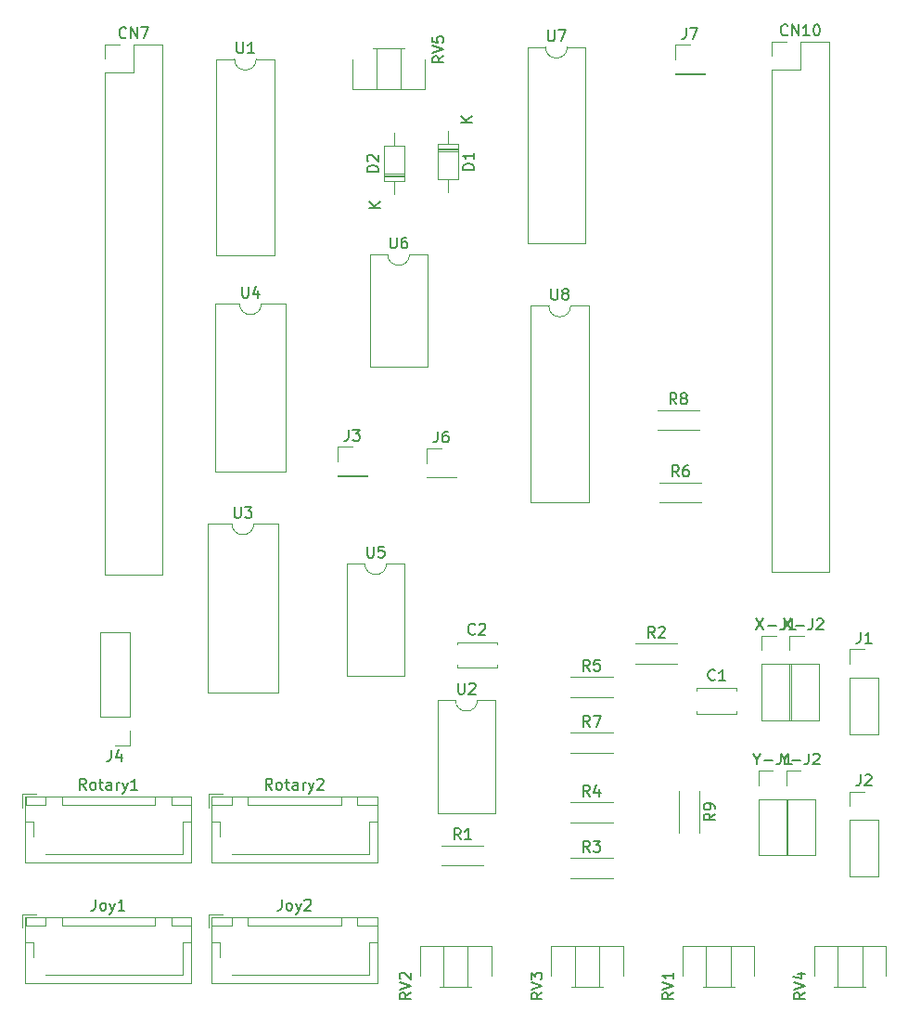
<source format=gbr>
G04 #@! TF.GenerationSoftware,KiCad,Pcbnew,5.0.1*
G04 #@! TF.CreationDate,2019-02-26T15:52:31-05:00*
G04 #@! TF.ProjectId,pongPCB,706F6E675043422E6B696361645F7063,rev?*
G04 #@! TF.SameCoordinates,Original*
G04 #@! TF.FileFunction,Legend,Top*
G04 #@! TF.FilePolarity,Positive*
%FSLAX46Y46*%
G04 Gerber Fmt 4.6, Leading zero omitted, Abs format (unit mm)*
G04 Created by KiCad (PCBNEW 5.0.1) date Tue 26 Feb 2019 03:52:31 PM EST*
%MOMM*%
%LPD*%
G01*
G04 APERTURE LIST*
%ADD10C,0.120000*%
%ADD11C,0.150000*%
G04 APERTURE END LIST*
D10*
G04 #@! TO.C,C1*
X160520000Y-116920000D02*
X164160000Y-116920000D01*
X160520000Y-119260000D02*
X164160000Y-119260000D01*
X160520000Y-116920000D02*
X160520000Y-117165000D01*
X160520000Y-119015000D02*
X160520000Y-119260000D01*
X164160000Y-116920000D02*
X164160000Y-117165000D01*
X164160000Y-119015000D02*
X164160000Y-119260000D01*
G04 #@! TO.C,C2*
X142270000Y-114825000D02*
X142270000Y-115070000D01*
X142270000Y-112730000D02*
X142270000Y-112975000D01*
X138630000Y-114825000D02*
X138630000Y-115070000D01*
X138630000Y-112730000D02*
X138630000Y-112975000D01*
X138630000Y-115070000D02*
X142270000Y-115070000D01*
X138630000Y-112730000D02*
X142270000Y-112730000D01*
G04 #@! TO.C,R1*
X137220000Y-133120000D02*
X141060000Y-133120000D01*
X137220000Y-131280000D02*
X141060000Y-131280000D01*
G04 #@! TO.C,R2*
X154920000Y-114720000D02*
X158760000Y-114720000D01*
X154920000Y-112880000D02*
X158760000Y-112880000D01*
G04 #@! TO.C,R3*
X149010000Y-132410000D02*
X152850000Y-132410000D01*
X149010000Y-134250000D02*
X152850000Y-134250000D01*
G04 #@! TO.C,R4*
X149010000Y-129170000D02*
X152850000Y-129170000D01*
X149010000Y-127330000D02*
X152850000Y-127330000D01*
G04 #@! TO.C,R5*
X149010000Y-115900000D02*
X152850000Y-115900000D01*
X149010000Y-117740000D02*
X152850000Y-117740000D01*
G04 #@! TO.C,R6*
X157120000Y-98180000D02*
X160960000Y-98180000D01*
X157120000Y-100020000D02*
X160960000Y-100020000D01*
G04 #@! TO.C,R7*
X149010000Y-122820000D02*
X152850000Y-122820000D01*
X149010000Y-120980000D02*
X152850000Y-120980000D01*
G04 #@! TO.C,R8*
X156920000Y-91580000D02*
X160760000Y-91580000D01*
X156920000Y-93420000D02*
X160760000Y-93420000D01*
G04 #@! TO.C,R9*
X160720000Y-126320000D02*
X160720000Y-130160000D01*
X158880000Y-126320000D02*
X158880000Y-130160000D01*
G04 #@! TO.C,RV1*
X159230000Y-143175000D02*
X159230000Y-140480000D01*
X165770000Y-143175000D02*
X165770000Y-140480000D01*
X159230000Y-140480000D02*
X165770000Y-140480000D01*
X161066000Y-144221000D02*
X163935000Y-144221000D01*
X161380000Y-144221000D02*
X161380000Y-140480000D01*
X163620000Y-144221000D02*
X163620000Y-140480000D01*
X161380000Y-144221000D02*
X163620000Y-144221000D01*
X161380000Y-140480000D02*
X163620000Y-140480000D01*
G04 #@! TO.C,RV2*
X135230000Y-143175000D02*
X135230000Y-140480000D01*
X141770000Y-143175000D02*
X141770000Y-140480000D01*
X135230000Y-140480000D02*
X141770000Y-140480000D01*
X137066000Y-144221000D02*
X139935000Y-144221000D01*
X137380000Y-144221000D02*
X137380000Y-140480000D01*
X139620000Y-144221000D02*
X139620000Y-140480000D01*
X137380000Y-144221000D02*
X139620000Y-144221000D01*
X137380000Y-140480000D02*
X139620000Y-140480000D01*
G04 #@! TO.C,RV3*
X149380000Y-140480000D02*
X151620000Y-140480000D01*
X149380000Y-144221000D02*
X151620000Y-144221000D01*
X151620000Y-144221000D02*
X151620000Y-140480000D01*
X149380000Y-144221000D02*
X149380000Y-140480000D01*
X149066000Y-144221000D02*
X151935000Y-144221000D01*
X147230000Y-140480000D02*
X153770000Y-140480000D01*
X153770000Y-143175000D02*
X153770000Y-140480000D01*
X147230000Y-143175000D02*
X147230000Y-140480000D01*
G04 #@! TO.C,RV4*
X171230000Y-143175000D02*
X171230000Y-140480000D01*
X177770000Y-143175000D02*
X177770000Y-140480000D01*
X171230000Y-140480000D02*
X177770000Y-140480000D01*
X173066000Y-144221000D02*
X175935000Y-144221000D01*
X173380000Y-144221000D02*
X173380000Y-140480000D01*
X175620000Y-144221000D02*
X175620000Y-140480000D01*
X173380000Y-144221000D02*
X175620000Y-144221000D01*
X173380000Y-140480000D02*
X175620000Y-140480000D01*
G04 #@! TO.C,RV5*
X133520000Y-62320000D02*
X131280000Y-62320000D01*
X133520000Y-58579000D02*
X131280000Y-58579000D01*
X131280000Y-58579000D02*
X131280000Y-62320000D01*
X133520000Y-58579000D02*
X133520000Y-62320000D01*
X133834000Y-58579000D02*
X130965000Y-58579000D01*
X135670000Y-62320000D02*
X129130000Y-62320000D01*
X129130000Y-59625000D02*
X129130000Y-62320000D01*
X135670000Y-59625000D02*
X135670000Y-62320000D01*
G04 #@! TO.C,U1*
X120310000Y-59570000D02*
G75*
G02X118310000Y-59570000I-1000000J0D01*
G01*
X118310000Y-59570000D02*
X116660000Y-59570000D01*
X116660000Y-59570000D02*
X116660000Y-77470000D01*
X116660000Y-77470000D02*
X121960000Y-77470000D01*
X121960000Y-77470000D02*
X121960000Y-59570000D01*
X121960000Y-59570000D02*
X120310000Y-59570000D01*
G04 #@! TO.C,U2*
X140500000Y-118030000D02*
G75*
G02X138500000Y-118030000I-1000000J0D01*
G01*
X138500000Y-118030000D02*
X136850000Y-118030000D01*
X136850000Y-118030000D02*
X136850000Y-128310000D01*
X136850000Y-128310000D02*
X142150000Y-128310000D01*
X142150000Y-128310000D02*
X142150000Y-118030000D01*
X142150000Y-118030000D02*
X140500000Y-118030000D01*
G04 #@! TO.C,U5*
X132210000Y-105570000D02*
G75*
G02X130210000Y-105570000I-1000000J0D01*
G01*
X130210000Y-105570000D02*
X128560000Y-105570000D01*
X128560000Y-105570000D02*
X128560000Y-115850000D01*
X128560000Y-115850000D02*
X133860000Y-115850000D01*
X133860000Y-115850000D02*
X133860000Y-105570000D01*
X133860000Y-105570000D02*
X132210000Y-105570000D01*
G04 #@! TO.C,U6*
X135960000Y-77370000D02*
X134310000Y-77370000D01*
X135960000Y-87650000D02*
X135960000Y-77370000D01*
X130660000Y-87650000D02*
X135960000Y-87650000D01*
X130660000Y-77370000D02*
X130660000Y-87650000D01*
X132310000Y-77370000D02*
X130660000Y-77370000D01*
X134310000Y-77370000D02*
G75*
G02X132310000Y-77370000I-1000000J0D01*
G01*
G04 #@! TO.C,D1*
X138720000Y-67270000D02*
X136880000Y-67270000D01*
X136880000Y-67270000D02*
X136880000Y-70550000D01*
X136880000Y-70550000D02*
X138720000Y-70550000D01*
X138720000Y-70550000D02*
X138720000Y-67270000D01*
X137800000Y-66090000D02*
X137800000Y-67270000D01*
X137800000Y-71730000D02*
X137800000Y-70550000D01*
X138720000Y-67846000D02*
X136880000Y-67846000D01*
X138720000Y-67966000D02*
X136880000Y-67966000D01*
X138720000Y-67726000D02*
X136880000Y-67726000D01*
G04 #@! TO.C,D2*
X131980000Y-70274000D02*
X133820000Y-70274000D01*
X131980000Y-70034000D02*
X133820000Y-70034000D01*
X131980000Y-70154000D02*
X133820000Y-70154000D01*
X132900000Y-66270000D02*
X132900000Y-67450000D01*
X132900000Y-71910000D02*
X132900000Y-70730000D01*
X131980000Y-67450000D02*
X131980000Y-70730000D01*
X133820000Y-67450000D02*
X131980000Y-67450000D01*
X133820000Y-70730000D02*
X133820000Y-67450000D01*
X131980000Y-70730000D02*
X133820000Y-70730000D01*
G04 #@! TO.C,CN7*
X106510000Y-106600000D02*
X111710000Y-106600000D01*
X106510000Y-60820000D02*
X106510000Y-106600000D01*
X111710000Y-58220000D02*
X111710000Y-106600000D01*
X106510000Y-60820000D02*
X109110000Y-60820000D01*
X109110000Y-60820000D02*
X109110000Y-58220000D01*
X109110000Y-58220000D02*
X111710000Y-58220000D01*
X106510000Y-59550000D02*
X106510000Y-58220000D01*
X106510000Y-58220000D02*
X107840000Y-58220000D01*
G04 #@! TO.C,CN10*
X167370000Y-57970000D02*
X168700000Y-57970000D01*
X167370000Y-59300000D02*
X167370000Y-57970000D01*
X169970000Y-57970000D02*
X172570000Y-57970000D01*
X169970000Y-60570000D02*
X169970000Y-57970000D01*
X167370000Y-60570000D02*
X169970000Y-60570000D01*
X172570000Y-57970000D02*
X172570000Y-106350000D01*
X167370000Y-60570000D02*
X167370000Y-106350000D01*
X167370000Y-106350000D02*
X172570000Y-106350000D01*
G04 #@! TO.C,J1*
X174470000Y-121110000D02*
X177130000Y-121110000D01*
X174470000Y-115970000D02*
X174470000Y-121110000D01*
X177130000Y-115970000D02*
X177130000Y-121110000D01*
X174470000Y-115970000D02*
X177130000Y-115970000D01*
X174470000Y-114700000D02*
X174470000Y-113370000D01*
X174470000Y-113370000D02*
X175800000Y-113370000D01*
G04 #@! TO.C,J2*
X174470000Y-126370000D02*
X175800000Y-126370000D01*
X174470000Y-127700000D02*
X174470000Y-126370000D01*
X174470000Y-128970000D02*
X177130000Y-128970000D01*
X177130000Y-128970000D02*
X177130000Y-134110000D01*
X174470000Y-128970000D02*
X174470000Y-134110000D01*
X174470000Y-134110000D02*
X177130000Y-134110000D01*
G04 #@! TO.C,J3*
X127750000Y-97580000D02*
X130410000Y-97580000D01*
X127750000Y-97520000D02*
X127750000Y-97580000D01*
X130410000Y-97520000D02*
X130410000Y-97580000D01*
X127750000Y-97520000D02*
X130410000Y-97520000D01*
X127750000Y-96250000D02*
X127750000Y-94920000D01*
X127750000Y-94920000D02*
X129080000Y-94920000D01*
G04 #@! TO.C,J6*
X135870000Y-95070000D02*
X137200000Y-95070000D01*
X135870000Y-96400000D02*
X135870000Y-95070000D01*
X135870000Y-97670000D02*
X138530000Y-97670000D01*
X138530000Y-97670000D02*
X138530000Y-97730000D01*
X135870000Y-97670000D02*
X135870000Y-97730000D01*
X135870000Y-97730000D02*
X138530000Y-97730000D01*
G04 #@! TO.C,J7*
X158570000Y-60930000D02*
X161230000Y-60930000D01*
X158570000Y-60870000D02*
X158570000Y-60930000D01*
X161230000Y-60870000D02*
X161230000Y-60930000D01*
X158570000Y-60870000D02*
X161230000Y-60870000D01*
X158570000Y-59600000D02*
X158570000Y-58270000D01*
X158570000Y-58270000D02*
X159900000Y-58270000D01*
G04 #@! TO.C,Joy1*
X98950000Y-137550000D02*
X98950000Y-138800000D01*
X100200000Y-137550000D02*
X98950000Y-137550000D01*
X113600000Y-143050000D02*
X106800000Y-143050000D01*
X113600000Y-140100000D02*
X113600000Y-143050000D01*
X114350000Y-140100000D02*
X113600000Y-140100000D01*
X106800000Y-143050000D02*
X101060000Y-143050000D01*
X100000000Y-140100000D02*
X100000000Y-141440000D01*
X99250000Y-140100000D02*
X100000000Y-140100000D01*
X114350000Y-137850000D02*
X112550000Y-137850000D01*
X114350000Y-138600000D02*
X114350000Y-137850000D01*
X112550000Y-138600000D02*
X114350000Y-138600000D01*
X112550000Y-137850000D02*
X112550000Y-138600000D01*
X101050000Y-137850000D02*
X99250000Y-137850000D01*
X101050000Y-138600000D02*
X101050000Y-137850000D01*
X99250000Y-138600000D02*
X101050000Y-138600000D01*
X99250000Y-137850000D02*
X99250000Y-138600000D01*
X111050000Y-137850000D02*
X102550000Y-137850000D01*
X111050000Y-138600000D02*
X111050000Y-137850000D01*
X102550000Y-138600000D02*
X111050000Y-138600000D01*
X102550000Y-137850000D02*
X102550000Y-138600000D01*
X114360000Y-137840000D02*
X99240000Y-137840000D01*
X114360000Y-143810000D02*
X114360000Y-137840000D01*
X99240000Y-143810000D02*
X114360000Y-143810000D01*
X99240000Y-137840000D02*
X99240000Y-143810000D01*
G04 #@! TO.C,Joy2*
X116240000Y-137840000D02*
X116240000Y-143810000D01*
X116240000Y-143810000D02*
X131360000Y-143810000D01*
X131360000Y-143810000D02*
X131360000Y-137840000D01*
X131360000Y-137840000D02*
X116240000Y-137840000D01*
X119550000Y-137850000D02*
X119550000Y-138600000D01*
X119550000Y-138600000D02*
X128050000Y-138600000D01*
X128050000Y-138600000D02*
X128050000Y-137850000D01*
X128050000Y-137850000D02*
X119550000Y-137850000D01*
X116250000Y-137850000D02*
X116250000Y-138600000D01*
X116250000Y-138600000D02*
X118050000Y-138600000D01*
X118050000Y-138600000D02*
X118050000Y-137850000D01*
X118050000Y-137850000D02*
X116250000Y-137850000D01*
X129550000Y-137850000D02*
X129550000Y-138600000D01*
X129550000Y-138600000D02*
X131350000Y-138600000D01*
X131350000Y-138600000D02*
X131350000Y-137850000D01*
X131350000Y-137850000D02*
X129550000Y-137850000D01*
X116250000Y-140100000D02*
X117000000Y-140100000D01*
X117000000Y-140100000D02*
X117000000Y-141440000D01*
X123800000Y-143050000D02*
X118060000Y-143050000D01*
X131350000Y-140100000D02*
X130600000Y-140100000D01*
X130600000Y-140100000D02*
X130600000Y-143050000D01*
X130600000Y-143050000D02*
X123800000Y-143050000D01*
X117200000Y-137550000D02*
X115950000Y-137550000D01*
X115950000Y-137550000D02*
X115950000Y-138800000D01*
G04 #@! TO.C,Rotary1*
X99240000Y-126840000D02*
X99240000Y-132810000D01*
X99240000Y-132810000D02*
X114360000Y-132810000D01*
X114360000Y-132810000D02*
X114360000Y-126840000D01*
X114360000Y-126840000D02*
X99240000Y-126840000D01*
X102550000Y-126850000D02*
X102550000Y-127600000D01*
X102550000Y-127600000D02*
X111050000Y-127600000D01*
X111050000Y-127600000D02*
X111050000Y-126850000D01*
X111050000Y-126850000D02*
X102550000Y-126850000D01*
X99250000Y-126850000D02*
X99250000Y-127600000D01*
X99250000Y-127600000D02*
X101050000Y-127600000D01*
X101050000Y-127600000D02*
X101050000Y-126850000D01*
X101050000Y-126850000D02*
X99250000Y-126850000D01*
X112550000Y-126850000D02*
X112550000Y-127600000D01*
X112550000Y-127600000D02*
X114350000Y-127600000D01*
X114350000Y-127600000D02*
X114350000Y-126850000D01*
X114350000Y-126850000D02*
X112550000Y-126850000D01*
X99250000Y-129100000D02*
X100000000Y-129100000D01*
X100000000Y-129100000D02*
X100000000Y-130440000D01*
X106800000Y-132050000D02*
X101060000Y-132050000D01*
X114350000Y-129100000D02*
X113600000Y-129100000D01*
X113600000Y-129100000D02*
X113600000Y-132050000D01*
X113600000Y-132050000D02*
X106800000Y-132050000D01*
X100200000Y-126550000D02*
X98950000Y-126550000D01*
X98950000Y-126550000D02*
X98950000Y-127800000D01*
G04 #@! TO.C,Rotary2*
X115950000Y-126550000D02*
X115950000Y-127800000D01*
X117200000Y-126550000D02*
X115950000Y-126550000D01*
X130600000Y-132050000D02*
X123800000Y-132050000D01*
X130600000Y-129100000D02*
X130600000Y-132050000D01*
X131350000Y-129100000D02*
X130600000Y-129100000D01*
X123800000Y-132050000D02*
X118060000Y-132050000D01*
X117000000Y-129100000D02*
X117000000Y-130440000D01*
X116250000Y-129100000D02*
X117000000Y-129100000D01*
X131350000Y-126850000D02*
X129550000Y-126850000D01*
X131350000Y-127600000D02*
X131350000Y-126850000D01*
X129550000Y-127600000D02*
X131350000Y-127600000D01*
X129550000Y-126850000D02*
X129550000Y-127600000D01*
X118050000Y-126850000D02*
X116250000Y-126850000D01*
X118050000Y-127600000D02*
X118050000Y-126850000D01*
X116250000Y-127600000D02*
X118050000Y-127600000D01*
X116250000Y-126850000D02*
X116250000Y-127600000D01*
X128050000Y-126850000D02*
X119550000Y-126850000D01*
X128050000Y-127600000D02*
X128050000Y-126850000D01*
X119550000Y-127600000D02*
X128050000Y-127600000D01*
X119550000Y-126850000D02*
X119550000Y-127600000D01*
X131360000Y-126840000D02*
X116240000Y-126840000D01*
X131360000Y-132810000D02*
X131360000Y-126840000D01*
X116240000Y-132810000D02*
X131360000Y-132810000D01*
X116240000Y-126840000D02*
X116240000Y-132810000D01*
G04 #@! TO.C,U8*
X149010000Y-82070000D02*
G75*
G02X147010000Y-82070000I-1000000J0D01*
G01*
X147010000Y-82070000D02*
X145360000Y-82070000D01*
X145360000Y-82070000D02*
X145360000Y-99970000D01*
X145360000Y-99970000D02*
X150660000Y-99970000D01*
X150660000Y-99970000D02*
X150660000Y-82070000D01*
X150660000Y-82070000D02*
X149010000Y-82070000D01*
G04 #@! TO.C,J4*
X108730000Y-111850000D02*
X106070000Y-111850000D01*
X108730000Y-119530000D02*
X108730000Y-111850000D01*
X106070000Y-119530000D02*
X106070000Y-111850000D01*
X108730000Y-119530000D02*
X106070000Y-119530000D01*
X108730000Y-120800000D02*
X108730000Y-122130000D01*
X108730000Y-122130000D02*
X107400000Y-122130000D01*
G04 #@! TO.C,U7*
X148710000Y-58470000D02*
G75*
G02X146710000Y-58470000I-1000000J0D01*
G01*
X146710000Y-58470000D02*
X145060000Y-58470000D01*
X145060000Y-58470000D02*
X145060000Y-76370000D01*
X145060000Y-76370000D02*
X150360000Y-76370000D01*
X150360000Y-76370000D02*
X150360000Y-58470000D01*
X150360000Y-58470000D02*
X148710000Y-58470000D01*
G04 #@! TO.C,X-J1*
X166440000Y-119890000D02*
X169100000Y-119890000D01*
X166440000Y-114750000D02*
X166440000Y-119890000D01*
X169100000Y-114750000D02*
X169100000Y-119890000D01*
X166440000Y-114750000D02*
X169100000Y-114750000D01*
X166440000Y-113480000D02*
X166440000Y-112150000D01*
X166440000Y-112150000D02*
X167770000Y-112150000D01*
G04 #@! TO.C,X-J2*
X168980000Y-119890000D02*
X171640000Y-119890000D01*
X168980000Y-114750000D02*
X168980000Y-119890000D01*
X171640000Y-114750000D02*
X171640000Y-119890000D01*
X168980000Y-114750000D02*
X171640000Y-114750000D01*
X168980000Y-113480000D02*
X168980000Y-112150000D01*
X168980000Y-112150000D02*
X170310000Y-112150000D01*
G04 #@! TO.C,Y-J1*
X166140000Y-124450000D02*
X167470000Y-124450000D01*
X166140000Y-125780000D02*
X166140000Y-124450000D01*
X166140000Y-127050000D02*
X168800000Y-127050000D01*
X168800000Y-127050000D02*
X168800000Y-132190000D01*
X166140000Y-127050000D02*
X166140000Y-132190000D01*
X166140000Y-132190000D02*
X168800000Y-132190000D01*
G04 #@! TO.C,Y-J2*
X168680000Y-124450000D02*
X170010000Y-124450000D01*
X168680000Y-125780000D02*
X168680000Y-124450000D01*
X168680000Y-127050000D02*
X171340000Y-127050000D01*
X171340000Y-127050000D02*
X171340000Y-132190000D01*
X168680000Y-127050000D02*
X168680000Y-132190000D01*
X168680000Y-132190000D02*
X171340000Y-132190000D01*
G04 #@! TO.C,U3*
X122325000Y-101940000D02*
X120090000Y-101940000D01*
X122325000Y-117300000D02*
X122325000Y-101940000D01*
X115855000Y-117300000D02*
X122325000Y-117300000D01*
X115855000Y-101940000D02*
X115855000Y-117300000D01*
X118090000Y-101940000D02*
X115855000Y-101940000D01*
X120090000Y-101940000D02*
G75*
G02X118090000Y-101940000I-1000000J0D01*
G01*
G04 #@! TO.C,U4*
X120780000Y-81870000D02*
G75*
G02X118780000Y-81870000I-1000000J0D01*
G01*
X118780000Y-81870000D02*
X116545000Y-81870000D01*
X116545000Y-81870000D02*
X116545000Y-97230000D01*
X116545000Y-97230000D02*
X123015000Y-97230000D01*
X123015000Y-97230000D02*
X123015000Y-81870000D01*
X123015000Y-81870000D02*
X120780000Y-81870000D01*
G04 #@! TO.C,C1*
D11*
X162173333Y-116147142D02*
X162125714Y-116194761D01*
X161982857Y-116242380D01*
X161887619Y-116242380D01*
X161744761Y-116194761D01*
X161649523Y-116099523D01*
X161601904Y-116004285D01*
X161554285Y-115813809D01*
X161554285Y-115670952D01*
X161601904Y-115480476D01*
X161649523Y-115385238D01*
X161744761Y-115290000D01*
X161887619Y-115242380D01*
X161982857Y-115242380D01*
X162125714Y-115290000D01*
X162173333Y-115337619D01*
X163125714Y-116242380D02*
X162554285Y-116242380D01*
X162840000Y-116242380D02*
X162840000Y-115242380D01*
X162744761Y-115385238D01*
X162649523Y-115480476D01*
X162554285Y-115528095D01*
G04 #@! TO.C,C2*
X140283333Y-111957142D02*
X140235714Y-112004761D01*
X140092857Y-112052380D01*
X139997619Y-112052380D01*
X139854761Y-112004761D01*
X139759523Y-111909523D01*
X139711904Y-111814285D01*
X139664285Y-111623809D01*
X139664285Y-111480952D01*
X139711904Y-111290476D01*
X139759523Y-111195238D01*
X139854761Y-111100000D01*
X139997619Y-111052380D01*
X140092857Y-111052380D01*
X140235714Y-111100000D01*
X140283333Y-111147619D01*
X140664285Y-111147619D02*
X140711904Y-111100000D01*
X140807142Y-111052380D01*
X141045238Y-111052380D01*
X141140476Y-111100000D01*
X141188095Y-111147619D01*
X141235714Y-111242857D01*
X141235714Y-111338095D01*
X141188095Y-111480952D01*
X140616666Y-112052380D01*
X141235714Y-112052380D01*
G04 #@! TO.C,R1*
X138973333Y-130732380D02*
X138640000Y-130256190D01*
X138401904Y-130732380D02*
X138401904Y-129732380D01*
X138782857Y-129732380D01*
X138878095Y-129780000D01*
X138925714Y-129827619D01*
X138973333Y-129922857D01*
X138973333Y-130065714D01*
X138925714Y-130160952D01*
X138878095Y-130208571D01*
X138782857Y-130256190D01*
X138401904Y-130256190D01*
X139925714Y-130732380D02*
X139354285Y-130732380D01*
X139640000Y-130732380D02*
X139640000Y-129732380D01*
X139544761Y-129875238D01*
X139449523Y-129970476D01*
X139354285Y-130018095D01*
G04 #@! TO.C,R2*
X156673333Y-112332380D02*
X156340000Y-111856190D01*
X156101904Y-112332380D02*
X156101904Y-111332380D01*
X156482857Y-111332380D01*
X156578095Y-111380000D01*
X156625714Y-111427619D01*
X156673333Y-111522857D01*
X156673333Y-111665714D01*
X156625714Y-111760952D01*
X156578095Y-111808571D01*
X156482857Y-111856190D01*
X156101904Y-111856190D01*
X157054285Y-111427619D02*
X157101904Y-111380000D01*
X157197142Y-111332380D01*
X157435238Y-111332380D01*
X157530476Y-111380000D01*
X157578095Y-111427619D01*
X157625714Y-111522857D01*
X157625714Y-111618095D01*
X157578095Y-111760952D01*
X157006666Y-112332380D01*
X157625714Y-112332380D01*
G04 #@! TO.C,R3*
X150763333Y-131862380D02*
X150430000Y-131386190D01*
X150191904Y-131862380D02*
X150191904Y-130862380D01*
X150572857Y-130862380D01*
X150668095Y-130910000D01*
X150715714Y-130957619D01*
X150763333Y-131052857D01*
X150763333Y-131195714D01*
X150715714Y-131290952D01*
X150668095Y-131338571D01*
X150572857Y-131386190D01*
X150191904Y-131386190D01*
X151096666Y-130862380D02*
X151715714Y-130862380D01*
X151382380Y-131243333D01*
X151525238Y-131243333D01*
X151620476Y-131290952D01*
X151668095Y-131338571D01*
X151715714Y-131433809D01*
X151715714Y-131671904D01*
X151668095Y-131767142D01*
X151620476Y-131814761D01*
X151525238Y-131862380D01*
X151239523Y-131862380D01*
X151144285Y-131814761D01*
X151096666Y-131767142D01*
G04 #@! TO.C,R4*
X150763333Y-126782380D02*
X150430000Y-126306190D01*
X150191904Y-126782380D02*
X150191904Y-125782380D01*
X150572857Y-125782380D01*
X150668095Y-125830000D01*
X150715714Y-125877619D01*
X150763333Y-125972857D01*
X150763333Y-126115714D01*
X150715714Y-126210952D01*
X150668095Y-126258571D01*
X150572857Y-126306190D01*
X150191904Y-126306190D01*
X151620476Y-126115714D02*
X151620476Y-126782380D01*
X151382380Y-125734761D02*
X151144285Y-126449047D01*
X151763333Y-126449047D01*
G04 #@! TO.C,R5*
X150763333Y-115352380D02*
X150430000Y-114876190D01*
X150191904Y-115352380D02*
X150191904Y-114352380D01*
X150572857Y-114352380D01*
X150668095Y-114400000D01*
X150715714Y-114447619D01*
X150763333Y-114542857D01*
X150763333Y-114685714D01*
X150715714Y-114780952D01*
X150668095Y-114828571D01*
X150572857Y-114876190D01*
X150191904Y-114876190D01*
X151668095Y-114352380D02*
X151191904Y-114352380D01*
X151144285Y-114828571D01*
X151191904Y-114780952D01*
X151287142Y-114733333D01*
X151525238Y-114733333D01*
X151620476Y-114780952D01*
X151668095Y-114828571D01*
X151715714Y-114923809D01*
X151715714Y-115161904D01*
X151668095Y-115257142D01*
X151620476Y-115304761D01*
X151525238Y-115352380D01*
X151287142Y-115352380D01*
X151191904Y-115304761D01*
X151144285Y-115257142D01*
G04 #@! TO.C,R6*
X158873333Y-97632380D02*
X158540000Y-97156190D01*
X158301904Y-97632380D02*
X158301904Y-96632380D01*
X158682857Y-96632380D01*
X158778095Y-96680000D01*
X158825714Y-96727619D01*
X158873333Y-96822857D01*
X158873333Y-96965714D01*
X158825714Y-97060952D01*
X158778095Y-97108571D01*
X158682857Y-97156190D01*
X158301904Y-97156190D01*
X159730476Y-96632380D02*
X159540000Y-96632380D01*
X159444761Y-96680000D01*
X159397142Y-96727619D01*
X159301904Y-96870476D01*
X159254285Y-97060952D01*
X159254285Y-97441904D01*
X159301904Y-97537142D01*
X159349523Y-97584761D01*
X159444761Y-97632380D01*
X159635238Y-97632380D01*
X159730476Y-97584761D01*
X159778095Y-97537142D01*
X159825714Y-97441904D01*
X159825714Y-97203809D01*
X159778095Y-97108571D01*
X159730476Y-97060952D01*
X159635238Y-97013333D01*
X159444761Y-97013333D01*
X159349523Y-97060952D01*
X159301904Y-97108571D01*
X159254285Y-97203809D01*
G04 #@! TO.C,R7*
X150763333Y-120432380D02*
X150430000Y-119956190D01*
X150191904Y-120432380D02*
X150191904Y-119432380D01*
X150572857Y-119432380D01*
X150668095Y-119480000D01*
X150715714Y-119527619D01*
X150763333Y-119622857D01*
X150763333Y-119765714D01*
X150715714Y-119860952D01*
X150668095Y-119908571D01*
X150572857Y-119956190D01*
X150191904Y-119956190D01*
X151096666Y-119432380D02*
X151763333Y-119432380D01*
X151334761Y-120432380D01*
G04 #@! TO.C,R8*
X158673333Y-91032380D02*
X158340000Y-90556190D01*
X158101904Y-91032380D02*
X158101904Y-90032380D01*
X158482857Y-90032380D01*
X158578095Y-90080000D01*
X158625714Y-90127619D01*
X158673333Y-90222857D01*
X158673333Y-90365714D01*
X158625714Y-90460952D01*
X158578095Y-90508571D01*
X158482857Y-90556190D01*
X158101904Y-90556190D01*
X159244761Y-90460952D02*
X159149523Y-90413333D01*
X159101904Y-90365714D01*
X159054285Y-90270476D01*
X159054285Y-90222857D01*
X159101904Y-90127619D01*
X159149523Y-90080000D01*
X159244761Y-90032380D01*
X159435238Y-90032380D01*
X159530476Y-90080000D01*
X159578095Y-90127619D01*
X159625714Y-90222857D01*
X159625714Y-90270476D01*
X159578095Y-90365714D01*
X159530476Y-90413333D01*
X159435238Y-90460952D01*
X159244761Y-90460952D01*
X159149523Y-90508571D01*
X159101904Y-90556190D01*
X159054285Y-90651428D01*
X159054285Y-90841904D01*
X159101904Y-90937142D01*
X159149523Y-90984761D01*
X159244761Y-91032380D01*
X159435238Y-91032380D01*
X159530476Y-90984761D01*
X159578095Y-90937142D01*
X159625714Y-90841904D01*
X159625714Y-90651428D01*
X159578095Y-90556190D01*
X159530476Y-90508571D01*
X159435238Y-90460952D01*
G04 #@! TO.C,R9*
X162172380Y-128406666D02*
X161696190Y-128740000D01*
X162172380Y-128978095D02*
X161172380Y-128978095D01*
X161172380Y-128597142D01*
X161220000Y-128501904D01*
X161267619Y-128454285D01*
X161362857Y-128406666D01*
X161505714Y-128406666D01*
X161600952Y-128454285D01*
X161648571Y-128501904D01*
X161696190Y-128597142D01*
X161696190Y-128978095D01*
X162172380Y-127930476D02*
X162172380Y-127740000D01*
X162124761Y-127644761D01*
X162077142Y-127597142D01*
X161934285Y-127501904D01*
X161743809Y-127454285D01*
X161362857Y-127454285D01*
X161267619Y-127501904D01*
X161220000Y-127549523D01*
X161172380Y-127644761D01*
X161172380Y-127835238D01*
X161220000Y-127930476D01*
X161267619Y-127978095D01*
X161362857Y-128025714D01*
X161600952Y-128025714D01*
X161696190Y-127978095D01*
X161743809Y-127930476D01*
X161791428Y-127835238D01*
X161791428Y-127644761D01*
X161743809Y-127549523D01*
X161696190Y-127501904D01*
X161600952Y-127454285D01*
G04 #@! TO.C,RV1*
X158392380Y-144695238D02*
X157916190Y-145028571D01*
X158392380Y-145266666D02*
X157392380Y-145266666D01*
X157392380Y-144885714D01*
X157440000Y-144790476D01*
X157487619Y-144742857D01*
X157582857Y-144695238D01*
X157725714Y-144695238D01*
X157820952Y-144742857D01*
X157868571Y-144790476D01*
X157916190Y-144885714D01*
X157916190Y-145266666D01*
X157392380Y-144409523D02*
X158392380Y-144076190D01*
X157392380Y-143742857D01*
X158392380Y-142885714D02*
X158392380Y-143457142D01*
X158392380Y-143171428D02*
X157392380Y-143171428D01*
X157535238Y-143266666D01*
X157630476Y-143361904D01*
X157678095Y-143457142D01*
G04 #@! TO.C,RV2*
X134392380Y-144695238D02*
X133916190Y-145028571D01*
X134392380Y-145266666D02*
X133392380Y-145266666D01*
X133392380Y-144885714D01*
X133440000Y-144790476D01*
X133487619Y-144742857D01*
X133582857Y-144695238D01*
X133725714Y-144695238D01*
X133820952Y-144742857D01*
X133868571Y-144790476D01*
X133916190Y-144885714D01*
X133916190Y-145266666D01*
X133392380Y-144409523D02*
X134392380Y-144076190D01*
X133392380Y-143742857D01*
X133487619Y-143457142D02*
X133440000Y-143409523D01*
X133392380Y-143314285D01*
X133392380Y-143076190D01*
X133440000Y-142980952D01*
X133487619Y-142933333D01*
X133582857Y-142885714D01*
X133678095Y-142885714D01*
X133820952Y-142933333D01*
X134392380Y-143504761D01*
X134392380Y-142885714D01*
G04 #@! TO.C,RV3*
X146392380Y-144695238D02*
X145916190Y-145028571D01*
X146392380Y-145266666D02*
X145392380Y-145266666D01*
X145392380Y-144885714D01*
X145440000Y-144790476D01*
X145487619Y-144742857D01*
X145582857Y-144695238D01*
X145725714Y-144695238D01*
X145820952Y-144742857D01*
X145868571Y-144790476D01*
X145916190Y-144885714D01*
X145916190Y-145266666D01*
X145392380Y-144409523D02*
X146392380Y-144076190D01*
X145392380Y-143742857D01*
X145392380Y-143504761D02*
X145392380Y-142885714D01*
X145773333Y-143219047D01*
X145773333Y-143076190D01*
X145820952Y-142980952D01*
X145868571Y-142933333D01*
X145963809Y-142885714D01*
X146201904Y-142885714D01*
X146297142Y-142933333D01*
X146344761Y-142980952D01*
X146392380Y-143076190D01*
X146392380Y-143361904D01*
X146344761Y-143457142D01*
X146297142Y-143504761D01*
G04 #@! TO.C,RV4*
X170392380Y-144695238D02*
X169916190Y-145028571D01*
X170392380Y-145266666D02*
X169392380Y-145266666D01*
X169392380Y-144885714D01*
X169440000Y-144790476D01*
X169487619Y-144742857D01*
X169582857Y-144695238D01*
X169725714Y-144695238D01*
X169820952Y-144742857D01*
X169868571Y-144790476D01*
X169916190Y-144885714D01*
X169916190Y-145266666D01*
X169392380Y-144409523D02*
X170392380Y-144076190D01*
X169392380Y-143742857D01*
X169725714Y-142980952D02*
X170392380Y-142980952D01*
X169344761Y-143219047D02*
X170059047Y-143457142D01*
X170059047Y-142838095D01*
G04 #@! TO.C,RV5*
X137412380Y-59295238D02*
X136936190Y-59628571D01*
X137412380Y-59866666D02*
X136412380Y-59866666D01*
X136412380Y-59485714D01*
X136460000Y-59390476D01*
X136507619Y-59342857D01*
X136602857Y-59295238D01*
X136745714Y-59295238D01*
X136840952Y-59342857D01*
X136888571Y-59390476D01*
X136936190Y-59485714D01*
X136936190Y-59866666D01*
X136412380Y-59009523D02*
X137412380Y-58676190D01*
X136412380Y-58342857D01*
X136412380Y-57533333D02*
X136412380Y-58009523D01*
X136888571Y-58057142D01*
X136840952Y-58009523D01*
X136793333Y-57914285D01*
X136793333Y-57676190D01*
X136840952Y-57580952D01*
X136888571Y-57533333D01*
X136983809Y-57485714D01*
X137221904Y-57485714D01*
X137317142Y-57533333D01*
X137364761Y-57580952D01*
X137412380Y-57676190D01*
X137412380Y-57914285D01*
X137364761Y-58009523D01*
X137317142Y-58057142D01*
G04 #@! TO.C,U1*
X118548095Y-58022380D02*
X118548095Y-58831904D01*
X118595714Y-58927142D01*
X118643333Y-58974761D01*
X118738571Y-59022380D01*
X118929047Y-59022380D01*
X119024285Y-58974761D01*
X119071904Y-58927142D01*
X119119523Y-58831904D01*
X119119523Y-58022380D01*
X120119523Y-59022380D02*
X119548095Y-59022380D01*
X119833809Y-59022380D02*
X119833809Y-58022380D01*
X119738571Y-58165238D01*
X119643333Y-58260476D01*
X119548095Y-58308095D01*
G04 #@! TO.C,U2*
X138738095Y-116482380D02*
X138738095Y-117291904D01*
X138785714Y-117387142D01*
X138833333Y-117434761D01*
X138928571Y-117482380D01*
X139119047Y-117482380D01*
X139214285Y-117434761D01*
X139261904Y-117387142D01*
X139309523Y-117291904D01*
X139309523Y-116482380D01*
X139738095Y-116577619D02*
X139785714Y-116530000D01*
X139880952Y-116482380D01*
X140119047Y-116482380D01*
X140214285Y-116530000D01*
X140261904Y-116577619D01*
X140309523Y-116672857D01*
X140309523Y-116768095D01*
X140261904Y-116910952D01*
X139690476Y-117482380D01*
X140309523Y-117482380D01*
G04 #@! TO.C,U5*
X130448095Y-104022380D02*
X130448095Y-104831904D01*
X130495714Y-104927142D01*
X130543333Y-104974761D01*
X130638571Y-105022380D01*
X130829047Y-105022380D01*
X130924285Y-104974761D01*
X130971904Y-104927142D01*
X131019523Y-104831904D01*
X131019523Y-104022380D01*
X131971904Y-104022380D02*
X131495714Y-104022380D01*
X131448095Y-104498571D01*
X131495714Y-104450952D01*
X131590952Y-104403333D01*
X131829047Y-104403333D01*
X131924285Y-104450952D01*
X131971904Y-104498571D01*
X132019523Y-104593809D01*
X132019523Y-104831904D01*
X131971904Y-104927142D01*
X131924285Y-104974761D01*
X131829047Y-105022380D01*
X131590952Y-105022380D01*
X131495714Y-104974761D01*
X131448095Y-104927142D01*
G04 #@! TO.C,U6*
X132548095Y-75822380D02*
X132548095Y-76631904D01*
X132595714Y-76727142D01*
X132643333Y-76774761D01*
X132738571Y-76822380D01*
X132929047Y-76822380D01*
X133024285Y-76774761D01*
X133071904Y-76727142D01*
X133119523Y-76631904D01*
X133119523Y-75822380D01*
X134024285Y-75822380D02*
X133833809Y-75822380D01*
X133738571Y-75870000D01*
X133690952Y-75917619D01*
X133595714Y-76060476D01*
X133548095Y-76250952D01*
X133548095Y-76631904D01*
X133595714Y-76727142D01*
X133643333Y-76774761D01*
X133738571Y-76822380D01*
X133929047Y-76822380D01*
X134024285Y-76774761D01*
X134071904Y-76727142D01*
X134119523Y-76631904D01*
X134119523Y-76393809D01*
X134071904Y-76298571D01*
X134024285Y-76250952D01*
X133929047Y-76203333D01*
X133738571Y-76203333D01*
X133643333Y-76250952D01*
X133595714Y-76298571D01*
X133548095Y-76393809D01*
G04 #@! TO.C,D1*
X140172380Y-69648095D02*
X139172380Y-69648095D01*
X139172380Y-69410000D01*
X139220000Y-69267142D01*
X139315238Y-69171904D01*
X139410476Y-69124285D01*
X139600952Y-69076666D01*
X139743809Y-69076666D01*
X139934285Y-69124285D01*
X140029523Y-69171904D01*
X140124761Y-69267142D01*
X140172380Y-69410000D01*
X140172380Y-69648095D01*
X140172380Y-68124285D02*
X140172380Y-68695714D01*
X140172380Y-68410000D02*
X139172380Y-68410000D01*
X139315238Y-68505238D01*
X139410476Y-68600476D01*
X139458095Y-68695714D01*
X140002380Y-65361904D02*
X139002380Y-65361904D01*
X140002380Y-64790476D02*
X139430952Y-65219047D01*
X139002380Y-64790476D02*
X139573809Y-65361904D01*
G04 #@! TO.C,D2*
X131432380Y-69828095D02*
X130432380Y-69828095D01*
X130432380Y-69590000D01*
X130480000Y-69447142D01*
X130575238Y-69351904D01*
X130670476Y-69304285D01*
X130860952Y-69256666D01*
X131003809Y-69256666D01*
X131194285Y-69304285D01*
X131289523Y-69351904D01*
X131384761Y-69447142D01*
X131432380Y-69590000D01*
X131432380Y-69828095D01*
X130527619Y-68875714D02*
X130480000Y-68828095D01*
X130432380Y-68732857D01*
X130432380Y-68494761D01*
X130480000Y-68399523D01*
X130527619Y-68351904D01*
X130622857Y-68304285D01*
X130718095Y-68304285D01*
X130860952Y-68351904D01*
X131432380Y-68923333D01*
X131432380Y-68304285D01*
X131602380Y-73161904D02*
X130602380Y-73161904D01*
X131602380Y-72590476D02*
X131030952Y-73019047D01*
X130602380Y-72590476D02*
X131173809Y-73161904D01*
G04 #@! TO.C,CN7*
X108419523Y-57577142D02*
X108371904Y-57624761D01*
X108229047Y-57672380D01*
X108133809Y-57672380D01*
X107990952Y-57624761D01*
X107895714Y-57529523D01*
X107848095Y-57434285D01*
X107800476Y-57243809D01*
X107800476Y-57100952D01*
X107848095Y-56910476D01*
X107895714Y-56815238D01*
X107990952Y-56720000D01*
X108133809Y-56672380D01*
X108229047Y-56672380D01*
X108371904Y-56720000D01*
X108419523Y-56767619D01*
X108848095Y-57672380D02*
X108848095Y-56672380D01*
X109419523Y-57672380D01*
X109419523Y-56672380D01*
X109800476Y-56672380D02*
X110467142Y-56672380D01*
X110038571Y-57672380D01*
G04 #@! TO.C,CN10*
X168803333Y-57327142D02*
X168755714Y-57374761D01*
X168612857Y-57422380D01*
X168517619Y-57422380D01*
X168374761Y-57374761D01*
X168279523Y-57279523D01*
X168231904Y-57184285D01*
X168184285Y-56993809D01*
X168184285Y-56850952D01*
X168231904Y-56660476D01*
X168279523Y-56565238D01*
X168374761Y-56470000D01*
X168517619Y-56422380D01*
X168612857Y-56422380D01*
X168755714Y-56470000D01*
X168803333Y-56517619D01*
X169231904Y-57422380D02*
X169231904Y-56422380D01*
X169803333Y-57422380D01*
X169803333Y-56422380D01*
X170803333Y-57422380D02*
X170231904Y-57422380D01*
X170517619Y-57422380D02*
X170517619Y-56422380D01*
X170422380Y-56565238D01*
X170327142Y-56660476D01*
X170231904Y-56708095D01*
X171422380Y-56422380D02*
X171517619Y-56422380D01*
X171612857Y-56470000D01*
X171660476Y-56517619D01*
X171708095Y-56612857D01*
X171755714Y-56803333D01*
X171755714Y-57041428D01*
X171708095Y-57231904D01*
X171660476Y-57327142D01*
X171612857Y-57374761D01*
X171517619Y-57422380D01*
X171422380Y-57422380D01*
X171327142Y-57374761D01*
X171279523Y-57327142D01*
X171231904Y-57231904D01*
X171184285Y-57041428D01*
X171184285Y-56803333D01*
X171231904Y-56612857D01*
X171279523Y-56517619D01*
X171327142Y-56470000D01*
X171422380Y-56422380D01*
G04 #@! TO.C,J1*
X175466666Y-111822380D02*
X175466666Y-112536666D01*
X175419047Y-112679523D01*
X175323809Y-112774761D01*
X175180952Y-112822380D01*
X175085714Y-112822380D01*
X176466666Y-112822380D02*
X175895238Y-112822380D01*
X176180952Y-112822380D02*
X176180952Y-111822380D01*
X176085714Y-111965238D01*
X175990476Y-112060476D01*
X175895238Y-112108095D01*
G04 #@! TO.C,J2*
X175466666Y-124822380D02*
X175466666Y-125536666D01*
X175419047Y-125679523D01*
X175323809Y-125774761D01*
X175180952Y-125822380D01*
X175085714Y-125822380D01*
X175895238Y-124917619D02*
X175942857Y-124870000D01*
X176038095Y-124822380D01*
X176276190Y-124822380D01*
X176371428Y-124870000D01*
X176419047Y-124917619D01*
X176466666Y-125012857D01*
X176466666Y-125108095D01*
X176419047Y-125250952D01*
X175847619Y-125822380D01*
X176466666Y-125822380D01*
G04 #@! TO.C,J3*
X128746666Y-93372380D02*
X128746666Y-94086666D01*
X128699047Y-94229523D01*
X128603809Y-94324761D01*
X128460952Y-94372380D01*
X128365714Y-94372380D01*
X129127619Y-93372380D02*
X129746666Y-93372380D01*
X129413333Y-93753333D01*
X129556190Y-93753333D01*
X129651428Y-93800952D01*
X129699047Y-93848571D01*
X129746666Y-93943809D01*
X129746666Y-94181904D01*
X129699047Y-94277142D01*
X129651428Y-94324761D01*
X129556190Y-94372380D01*
X129270476Y-94372380D01*
X129175238Y-94324761D01*
X129127619Y-94277142D01*
G04 #@! TO.C,J6*
X136866666Y-93522380D02*
X136866666Y-94236666D01*
X136819047Y-94379523D01*
X136723809Y-94474761D01*
X136580952Y-94522380D01*
X136485714Y-94522380D01*
X137771428Y-93522380D02*
X137580952Y-93522380D01*
X137485714Y-93570000D01*
X137438095Y-93617619D01*
X137342857Y-93760476D01*
X137295238Y-93950952D01*
X137295238Y-94331904D01*
X137342857Y-94427142D01*
X137390476Y-94474761D01*
X137485714Y-94522380D01*
X137676190Y-94522380D01*
X137771428Y-94474761D01*
X137819047Y-94427142D01*
X137866666Y-94331904D01*
X137866666Y-94093809D01*
X137819047Y-93998571D01*
X137771428Y-93950952D01*
X137676190Y-93903333D01*
X137485714Y-93903333D01*
X137390476Y-93950952D01*
X137342857Y-93998571D01*
X137295238Y-94093809D01*
G04 #@! TO.C,J7*
X159566666Y-56722380D02*
X159566666Y-57436666D01*
X159519047Y-57579523D01*
X159423809Y-57674761D01*
X159280952Y-57722380D01*
X159185714Y-57722380D01*
X159947619Y-56722380D02*
X160614285Y-56722380D01*
X160185714Y-57722380D01*
G04 #@! TO.C,Joy1*
X105633333Y-136202380D02*
X105633333Y-136916666D01*
X105585714Y-137059523D01*
X105490476Y-137154761D01*
X105347619Y-137202380D01*
X105252380Y-137202380D01*
X106252380Y-137202380D02*
X106157142Y-137154761D01*
X106109523Y-137107142D01*
X106061904Y-137011904D01*
X106061904Y-136726190D01*
X106109523Y-136630952D01*
X106157142Y-136583333D01*
X106252380Y-136535714D01*
X106395238Y-136535714D01*
X106490476Y-136583333D01*
X106538095Y-136630952D01*
X106585714Y-136726190D01*
X106585714Y-137011904D01*
X106538095Y-137107142D01*
X106490476Y-137154761D01*
X106395238Y-137202380D01*
X106252380Y-137202380D01*
X106919047Y-136535714D02*
X107157142Y-137202380D01*
X107395238Y-136535714D02*
X107157142Y-137202380D01*
X107061904Y-137440476D01*
X107014285Y-137488095D01*
X106919047Y-137535714D01*
X108300000Y-137202380D02*
X107728571Y-137202380D01*
X108014285Y-137202380D02*
X108014285Y-136202380D01*
X107919047Y-136345238D01*
X107823809Y-136440476D01*
X107728571Y-136488095D01*
G04 #@! TO.C,Joy2*
X122633333Y-136202380D02*
X122633333Y-136916666D01*
X122585714Y-137059523D01*
X122490476Y-137154761D01*
X122347619Y-137202380D01*
X122252380Y-137202380D01*
X123252380Y-137202380D02*
X123157142Y-137154761D01*
X123109523Y-137107142D01*
X123061904Y-137011904D01*
X123061904Y-136726190D01*
X123109523Y-136630952D01*
X123157142Y-136583333D01*
X123252380Y-136535714D01*
X123395238Y-136535714D01*
X123490476Y-136583333D01*
X123538095Y-136630952D01*
X123585714Y-136726190D01*
X123585714Y-137011904D01*
X123538095Y-137107142D01*
X123490476Y-137154761D01*
X123395238Y-137202380D01*
X123252380Y-137202380D01*
X123919047Y-136535714D02*
X124157142Y-137202380D01*
X124395238Y-136535714D02*
X124157142Y-137202380D01*
X124061904Y-137440476D01*
X124014285Y-137488095D01*
X123919047Y-137535714D01*
X124728571Y-136297619D02*
X124776190Y-136250000D01*
X124871428Y-136202380D01*
X125109523Y-136202380D01*
X125204761Y-136250000D01*
X125252380Y-136297619D01*
X125300000Y-136392857D01*
X125300000Y-136488095D01*
X125252380Y-136630952D01*
X124680952Y-137202380D01*
X125300000Y-137202380D01*
G04 #@! TO.C,Rotary1*
X104752380Y-126202380D02*
X104419047Y-125726190D01*
X104180952Y-126202380D02*
X104180952Y-125202380D01*
X104561904Y-125202380D01*
X104657142Y-125250000D01*
X104704761Y-125297619D01*
X104752380Y-125392857D01*
X104752380Y-125535714D01*
X104704761Y-125630952D01*
X104657142Y-125678571D01*
X104561904Y-125726190D01*
X104180952Y-125726190D01*
X105323809Y-126202380D02*
X105228571Y-126154761D01*
X105180952Y-126107142D01*
X105133333Y-126011904D01*
X105133333Y-125726190D01*
X105180952Y-125630952D01*
X105228571Y-125583333D01*
X105323809Y-125535714D01*
X105466666Y-125535714D01*
X105561904Y-125583333D01*
X105609523Y-125630952D01*
X105657142Y-125726190D01*
X105657142Y-126011904D01*
X105609523Y-126107142D01*
X105561904Y-126154761D01*
X105466666Y-126202380D01*
X105323809Y-126202380D01*
X105942857Y-125535714D02*
X106323809Y-125535714D01*
X106085714Y-125202380D02*
X106085714Y-126059523D01*
X106133333Y-126154761D01*
X106228571Y-126202380D01*
X106323809Y-126202380D01*
X107085714Y-126202380D02*
X107085714Y-125678571D01*
X107038095Y-125583333D01*
X106942857Y-125535714D01*
X106752380Y-125535714D01*
X106657142Y-125583333D01*
X107085714Y-126154761D02*
X106990476Y-126202380D01*
X106752380Y-126202380D01*
X106657142Y-126154761D01*
X106609523Y-126059523D01*
X106609523Y-125964285D01*
X106657142Y-125869047D01*
X106752380Y-125821428D01*
X106990476Y-125821428D01*
X107085714Y-125773809D01*
X107561904Y-126202380D02*
X107561904Y-125535714D01*
X107561904Y-125726190D02*
X107609523Y-125630952D01*
X107657142Y-125583333D01*
X107752380Y-125535714D01*
X107847619Y-125535714D01*
X108085714Y-125535714D02*
X108323809Y-126202380D01*
X108561904Y-125535714D02*
X108323809Y-126202380D01*
X108228571Y-126440476D01*
X108180952Y-126488095D01*
X108085714Y-126535714D01*
X109466666Y-126202380D02*
X108895238Y-126202380D01*
X109180952Y-126202380D02*
X109180952Y-125202380D01*
X109085714Y-125345238D01*
X108990476Y-125440476D01*
X108895238Y-125488095D01*
G04 #@! TO.C,Rotary2*
X121752380Y-126202380D02*
X121419047Y-125726190D01*
X121180952Y-126202380D02*
X121180952Y-125202380D01*
X121561904Y-125202380D01*
X121657142Y-125250000D01*
X121704761Y-125297619D01*
X121752380Y-125392857D01*
X121752380Y-125535714D01*
X121704761Y-125630952D01*
X121657142Y-125678571D01*
X121561904Y-125726190D01*
X121180952Y-125726190D01*
X122323809Y-126202380D02*
X122228571Y-126154761D01*
X122180952Y-126107142D01*
X122133333Y-126011904D01*
X122133333Y-125726190D01*
X122180952Y-125630952D01*
X122228571Y-125583333D01*
X122323809Y-125535714D01*
X122466666Y-125535714D01*
X122561904Y-125583333D01*
X122609523Y-125630952D01*
X122657142Y-125726190D01*
X122657142Y-126011904D01*
X122609523Y-126107142D01*
X122561904Y-126154761D01*
X122466666Y-126202380D01*
X122323809Y-126202380D01*
X122942857Y-125535714D02*
X123323809Y-125535714D01*
X123085714Y-125202380D02*
X123085714Y-126059523D01*
X123133333Y-126154761D01*
X123228571Y-126202380D01*
X123323809Y-126202380D01*
X124085714Y-126202380D02*
X124085714Y-125678571D01*
X124038095Y-125583333D01*
X123942857Y-125535714D01*
X123752380Y-125535714D01*
X123657142Y-125583333D01*
X124085714Y-126154761D02*
X123990476Y-126202380D01*
X123752380Y-126202380D01*
X123657142Y-126154761D01*
X123609523Y-126059523D01*
X123609523Y-125964285D01*
X123657142Y-125869047D01*
X123752380Y-125821428D01*
X123990476Y-125821428D01*
X124085714Y-125773809D01*
X124561904Y-126202380D02*
X124561904Y-125535714D01*
X124561904Y-125726190D02*
X124609523Y-125630952D01*
X124657142Y-125583333D01*
X124752380Y-125535714D01*
X124847619Y-125535714D01*
X125085714Y-125535714D02*
X125323809Y-126202380D01*
X125561904Y-125535714D02*
X125323809Y-126202380D01*
X125228571Y-126440476D01*
X125180952Y-126488095D01*
X125085714Y-126535714D01*
X125895238Y-125297619D02*
X125942857Y-125250000D01*
X126038095Y-125202380D01*
X126276190Y-125202380D01*
X126371428Y-125250000D01*
X126419047Y-125297619D01*
X126466666Y-125392857D01*
X126466666Y-125488095D01*
X126419047Y-125630952D01*
X125847619Y-126202380D01*
X126466666Y-126202380D01*
G04 #@! TO.C,U8*
X147248095Y-80522380D02*
X147248095Y-81331904D01*
X147295714Y-81427142D01*
X147343333Y-81474761D01*
X147438571Y-81522380D01*
X147629047Y-81522380D01*
X147724285Y-81474761D01*
X147771904Y-81427142D01*
X147819523Y-81331904D01*
X147819523Y-80522380D01*
X148438571Y-80950952D02*
X148343333Y-80903333D01*
X148295714Y-80855714D01*
X148248095Y-80760476D01*
X148248095Y-80712857D01*
X148295714Y-80617619D01*
X148343333Y-80570000D01*
X148438571Y-80522380D01*
X148629047Y-80522380D01*
X148724285Y-80570000D01*
X148771904Y-80617619D01*
X148819523Y-80712857D01*
X148819523Y-80760476D01*
X148771904Y-80855714D01*
X148724285Y-80903333D01*
X148629047Y-80950952D01*
X148438571Y-80950952D01*
X148343333Y-80998571D01*
X148295714Y-81046190D01*
X148248095Y-81141428D01*
X148248095Y-81331904D01*
X148295714Y-81427142D01*
X148343333Y-81474761D01*
X148438571Y-81522380D01*
X148629047Y-81522380D01*
X148724285Y-81474761D01*
X148771904Y-81427142D01*
X148819523Y-81331904D01*
X148819523Y-81141428D01*
X148771904Y-81046190D01*
X148724285Y-80998571D01*
X148629047Y-80950952D01*
G04 #@! TO.C,J4*
X107066666Y-122582380D02*
X107066666Y-123296666D01*
X107019047Y-123439523D01*
X106923809Y-123534761D01*
X106780952Y-123582380D01*
X106685714Y-123582380D01*
X107971428Y-122915714D02*
X107971428Y-123582380D01*
X107733333Y-122534761D02*
X107495238Y-123249047D01*
X108114285Y-123249047D01*
G04 #@! TO.C,U7*
X146948095Y-56922380D02*
X146948095Y-57731904D01*
X146995714Y-57827142D01*
X147043333Y-57874761D01*
X147138571Y-57922380D01*
X147329047Y-57922380D01*
X147424285Y-57874761D01*
X147471904Y-57827142D01*
X147519523Y-57731904D01*
X147519523Y-56922380D01*
X147900476Y-56922380D02*
X148567142Y-56922380D01*
X148138571Y-57922380D01*
G04 #@! TO.C,X-J1*
X165960476Y-110602380D02*
X166627142Y-111602380D01*
X166627142Y-110602380D02*
X165960476Y-111602380D01*
X167008095Y-111221428D02*
X167770000Y-111221428D01*
X168531904Y-110602380D02*
X168531904Y-111316666D01*
X168484285Y-111459523D01*
X168389047Y-111554761D01*
X168246190Y-111602380D01*
X168150952Y-111602380D01*
X169531904Y-111602380D02*
X168960476Y-111602380D01*
X169246190Y-111602380D02*
X169246190Y-110602380D01*
X169150952Y-110745238D01*
X169055714Y-110840476D01*
X168960476Y-110888095D01*
G04 #@! TO.C,X-J2*
X168500476Y-110602380D02*
X169167142Y-111602380D01*
X169167142Y-110602380D02*
X168500476Y-111602380D01*
X169548095Y-111221428D02*
X170310000Y-111221428D01*
X171071904Y-110602380D02*
X171071904Y-111316666D01*
X171024285Y-111459523D01*
X170929047Y-111554761D01*
X170786190Y-111602380D01*
X170690952Y-111602380D01*
X171500476Y-110697619D02*
X171548095Y-110650000D01*
X171643333Y-110602380D01*
X171881428Y-110602380D01*
X171976666Y-110650000D01*
X172024285Y-110697619D01*
X172071904Y-110792857D01*
X172071904Y-110888095D01*
X172024285Y-111030952D01*
X171452857Y-111602380D01*
X172071904Y-111602380D01*
G04 #@! TO.C,Y-J1*
X165993809Y-123426190D02*
X165993809Y-123902380D01*
X165660476Y-122902380D02*
X165993809Y-123426190D01*
X166327142Y-122902380D01*
X166660476Y-123521428D02*
X167422380Y-123521428D01*
X168184285Y-122902380D02*
X168184285Y-123616666D01*
X168136666Y-123759523D01*
X168041428Y-123854761D01*
X167898571Y-123902380D01*
X167803333Y-123902380D01*
X169184285Y-123902380D02*
X168612857Y-123902380D01*
X168898571Y-123902380D02*
X168898571Y-122902380D01*
X168803333Y-123045238D01*
X168708095Y-123140476D01*
X168612857Y-123188095D01*
G04 #@! TO.C,Y-J2*
X168533809Y-123426190D02*
X168533809Y-123902380D01*
X168200476Y-122902380D02*
X168533809Y-123426190D01*
X168867142Y-122902380D01*
X169200476Y-123521428D02*
X169962380Y-123521428D01*
X170724285Y-122902380D02*
X170724285Y-123616666D01*
X170676666Y-123759523D01*
X170581428Y-123854761D01*
X170438571Y-123902380D01*
X170343333Y-123902380D01*
X171152857Y-122997619D02*
X171200476Y-122950000D01*
X171295714Y-122902380D01*
X171533809Y-122902380D01*
X171629047Y-122950000D01*
X171676666Y-122997619D01*
X171724285Y-123092857D01*
X171724285Y-123188095D01*
X171676666Y-123330952D01*
X171105238Y-123902380D01*
X171724285Y-123902380D01*
G04 #@! TO.C,U3*
X118328095Y-100392380D02*
X118328095Y-101201904D01*
X118375714Y-101297142D01*
X118423333Y-101344761D01*
X118518571Y-101392380D01*
X118709047Y-101392380D01*
X118804285Y-101344761D01*
X118851904Y-101297142D01*
X118899523Y-101201904D01*
X118899523Y-100392380D01*
X119280476Y-100392380D02*
X119899523Y-100392380D01*
X119566190Y-100773333D01*
X119709047Y-100773333D01*
X119804285Y-100820952D01*
X119851904Y-100868571D01*
X119899523Y-100963809D01*
X119899523Y-101201904D01*
X119851904Y-101297142D01*
X119804285Y-101344761D01*
X119709047Y-101392380D01*
X119423333Y-101392380D01*
X119328095Y-101344761D01*
X119280476Y-101297142D01*
G04 #@! TO.C,U4*
X119018095Y-80322380D02*
X119018095Y-81131904D01*
X119065714Y-81227142D01*
X119113333Y-81274761D01*
X119208571Y-81322380D01*
X119399047Y-81322380D01*
X119494285Y-81274761D01*
X119541904Y-81227142D01*
X119589523Y-81131904D01*
X119589523Y-80322380D01*
X120494285Y-80655714D02*
X120494285Y-81322380D01*
X120256190Y-80274761D02*
X120018095Y-80989047D01*
X120637142Y-80989047D01*
G04 #@! TD*
M02*

</source>
